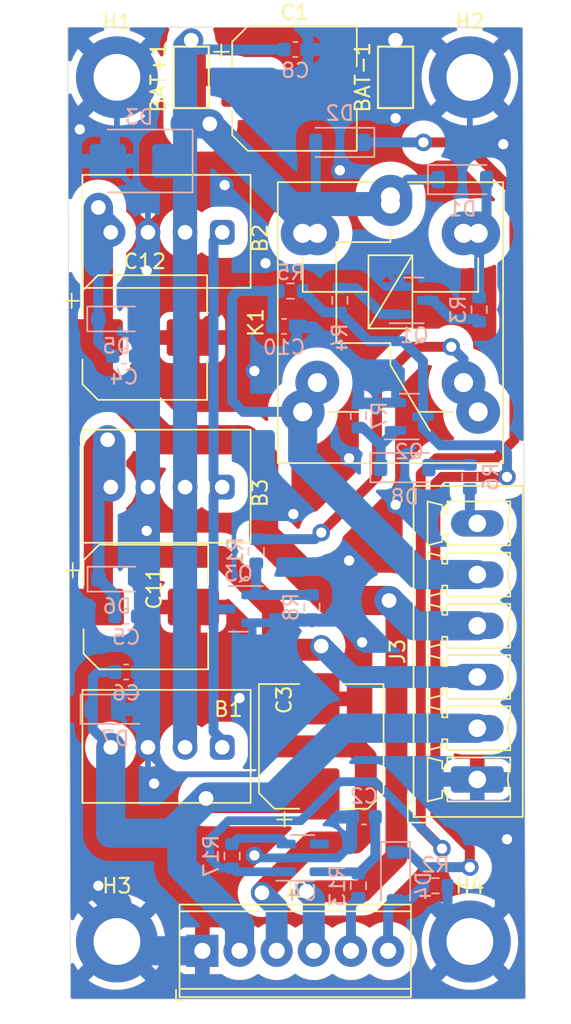
<source format=kicad_pcb>
(kicad_pcb (version 20241229) (generator "pcbnew") (generator_version "9.0")
  (layers (0 "F.Cu" signal) (2 "B.Cu" signal) (13 "F.Paste" user) (15 "B.Paste" user) (5 "F.SilkS" user "F.Silkscreen") (7 "B.SilkS" user "B.Silkscreen") (1 "F.Mask" user) (3 "B.Mask" user) (25 "Edge.Cuts" user))
  (net 0 "")
  (net 1 "/14V4")
  (net 2 "GNDD")
  (net 3 "+3V3")
  (net 4 "+9V")
  (net 5 "+5V")
  (net 6 "+12V")
  (net 7 "Net-(D1-A)")
  (net 8 "Net-(D2-K)")
  (net 9 "Net-(D4-K)")
  (net 10 "/ON_OFF_button_OUT")
  (net 11 "/ON_OFF_button_IN")
  (net 12 "/~{MCU_PS_SUSTAIN}")
  (net 13 "/HW-613_~{EN}")
  (net 14 "Net-(Q1-B)")
  (net 15 "Net-(Q1-C)")
  (net 16 "Net-(D8-K)")
  (net 17 "Net-(U4-VOUT)")
  (net 18 "Net-(U4-EN)")
  (net 20 "Net-(D8-A)")
  (net 21 "/DC-DC_EN")
  (net 22 "Net-(Q3-B)")
  (footprint "TestPoint:TestPoint_Keystone_5019_Minature" (layer "F.Cu") (at 92.71 31.75 90)
    (property "Reference" "BAT+1" (at 0 -2.25 90) (layer "F.SilkS"))
    (property "Value" "14V4")
    (pad "1" smd rect (at 0 0 90) (size 3.8 2) (layers "F.Cu" "F.Mask" "F.Paste") (net 1 "/14V4"))
  )
  (footprint "breakot_SileliS:DC-DC_24V_Stepdown_brekout_vertical" (layer "F.Cu") (at 96.52 75.8325 -90)
    (property "Reference" "B1" (at -0.9025 1.27 180) (layer "F.SilkS"))
    (property "Value" "HW-613 3V3")
    (pad "1" thru_hole roundrect (at 1.7 1.69 270) (size 1.7 1.7) (drill 1) (layers "*.Cu" "*.Mask") (net 21 "/DC-DC_EN"))
    (pad "2" thru_hole circle (at 1.7 4.23 270) (size 1.7 1.7) (drill 1) (layers "*.Cu" "*.Mask") (net 1 "/14V4"))
    (pad "3" thru_hole circle (at 1.7 6.77 270) (size 1.7 1.7) (drill 1) (layers "*.Cu" "*.Mask") (net 2 "GNDD"))
    (pad "4" thru_hole circle (at 1.7 9.31) (size 1.7 1.7) (drill 1) (layers "*.Cu" "*.Mask") (net 3 "+3V3"))
  )
  (footprint "Connector_Phoenix_MC:PhoenixContact_MCV_1,5_6-G-3.5_1x06_P3.50mm_Vertical" (layer "F.Cu") (at 112.268 79.73 90)
    (property "Reference" "J3" (at 8.75 -5.45 90) (layer "F.SilkS"))
    (property "Value" "Conn_01x06_Female")
    (pad "1" thru_hole roundrect (at 0 0 90) (size 1.8 3.6) (drill 1.2) (layers "*.Cu" "*.Mask") (roundrect_rratio 0.1388888889) (net 2 "GNDD"))
    (pad "2" thru_hole oval (at 3.5 0 90) (size 1.8 3.6) (drill 1.2) (layers "*.Cu" "*.Mask") (net 3 "+3V3"))
    (pad "3" thru_hole oval (at 7 0 90) (size 1.8 3.6) (drill 1.2) (layers "*.Cu" "*.Mask") (net 5 "+5V"))
    (pad "4" thru_hole oval (at 10.5 0 90) (size 1.8 3.6) (drill 1.2) (layers "*.Cu" "*.Mask") (net 4 "+9V"))
    (pad "5" thru_hole oval (at 14 0 90) (size 1.8 3.6) (drill 1.2) (layers "*.Cu" "*.Mask") (net 6 "+12V"))
    (pad "6" thru_hole oval (at 17.5 0 90) (size 1.8 3.6) (drill 1.2) (layers "*.Cu" "*.Mask") (net 12 "/~{MCU_PS_SUSTAIN}"))
  )
  (footprint "Capacitor_SMD:CP_Elec_8x10" (layer "F.Cu") (at 99.77 32.512)
    (property "Reference" "C1" (at 0 -5.2 0) (layer "F.SilkS"))
    (property "Value" "470uF/25V")
    (pad "1" smd roundrect (at -3.25 0) (size 3.5 2.5) (layers "F.Cu" "F.Mask" "F.Paste") (roundrect_rratio 0.1) (net 1 "/14V4"))
    (pad "2" smd roundrect (at 3.25 0) (size 3.5 2.5) (layers "F.Cu" "F.Mask" "F.Paste") (roundrect_rratio 0.1) (net 2 "GNDD"))
  )
  (footprint "MountingHole:MountingHole_3.2mm_M3_DIN965_Pad" (layer "F.Cu") (at 111.76 90.805)
    (property "Reference" "H4" (at 0 -3.8 0) (layer "F.SilkS"))
    (property "Value" "MountingHole_Pad")
    (pad "1" thru_hole circle (at 0 0) (size 5.6 5.6) (drill 3.2) (layers "*.Cu" "*.Mask") (net 2 "GNDD"))
  )
  (footprint "Capacitor_SMD:CP_Elec_8x10" (layer "F.Cu") (at 89.535 49.53)
    (property "Reference" "C12" (at 0 -5.2 0) (layer "F.SilkS"))
    (property "Value" "470uF/25V")
    (pad "1" smd roundrect (at -3.25 0) (size 3.5 2.5) (layers "F.Cu" "F.Mask" "F.Paste") (roundrect_rratio 0.1) (net 4 "+9V"))
    (pad "2" smd roundrect (at 3.25 0) (size 3.5 2.5) (layers "F.Cu" "F.Mask" "F.Paste") (roundrect_rratio 0.1) (net 2 "GNDD"))
  )
  (footprint "breakot_SileliS:DC-DC_24V_Stepdown_brekout_vertical" (layer "F.Cu") (at 96.52 40.64 -90)
    (property "Reference" "B2" (at 2.1 -0.9 90) (layer "F.SilkS"))
    (property "Value" "HW-613 9V0")
    (pad "1" thru_hole roundrect (at 1.7 1.69 270) (size 1.7 1.7) (drill 1) (layers "*.Cu" "*.Mask") (net 21 "/DC-DC_EN"))
    (pad "2" thru_hole circle (at 1.7 4.23 270) (size 1.7 1.7) (drill 1) (layers "*.Cu" "*.Mask") (net 1 "/14V4"))
    (pad "3" thru_hole circle (at 1.7 6.77 270) (size 1.7 1.7) (drill 1) (layers "*.Cu" "*.Mask") (net 2 "GNDD"))
    (pad "4" thru_hole circle (at 1.7 9.31) (size 1.7 1.7) (drill 1) (layers "*.Cu" "*.Mask") (net 4 "+9V"))
  )
  (footprint "breakot_SileliS:DC-DC_24V_Stepdown_brekout_vertical" (layer "F.Cu") (at 96.52 58.0525 -90)
    (property "Reference" "B3" (at 2.1 -0.9 90) (layer "F.SilkS"))
    (property "Value" "HW-613 5V0")
    (pad "1" thru_hole roundrect (at 1.7 1.69 270) (size 1.7 1.7) (drill 1) (layers "*.Cu" "*.Mask") (net 21 "/DC-DC_EN"))
    (pad "2" thru_hole circle (at 1.7 4.23 270) (size 1.7 1.7) (drill 1) (layers "*.Cu" "*.Mask") (net 1 "/14V4"))
    (pad "3" thru_hole circle (at 1.7 6.77 270) (size 1.7 1.7) (drill 1) (layers "*.Cu" "*.Mask") (net 2 "GNDD"))
    (pad "4" thru_hole circle (at 1.7 9.31) (size 1.7 1.7) (drill 1) (layers "*.Cu" "*.Mask") (net 5 "+5V"))
  )
  (footprint "MountingHole:MountingHole_3.2mm_M3_DIN965_Pad" (layer "F.Cu") (at 111.76 31.75)
    (property "Reference" "H2" (at 0 -3.8 0) (layer "F.SilkS"))
    (property "Value" "MountingHole_Pad")
    (pad "1" thru_hole circle (at 0 0) (size 5.6 5.6) (drill 3.2) (layers "*.Cu" "*.Mask") (net 2 "GNDD"))
  )
  (footprint "breakot_SileliS:SileliSRelay_SPDT_Finder_36.11" (layer "F.Cu") (at 106.33 40.41 -90)
    (property "Reference" "K1" (at 8.1 9.2 90) (layer "F.SilkS"))
    (property "Value" "LEG-12F")
    (pad "11" thru_hole circle (at -0.5 0 270) (size 3 3) (drill 1.3) (layers "*.Cu" "*.Mask") (net 1 "/14V4"))
    (pad "11" thru_hole circle (at 0 0 270) (size 3 3) (drill 1.3) (layers "*.Cu" "*.Mask") (net 1 "/14V4"))
    (pad "12" thru_hole circle (at 12.2 -5 270) (size 3 3) (drill 1.3) (layers "*.Cu" "*.Mask") (net 13 "/HW-613_~{EN}"))
    (pad "12" thru_hole circle (at 14.2 -6 270) (size 3 3) (drill 1.3) (layers "*.Cu" "*.Mask") (net 13 "/HW-613_~{EN}"))
    (pad "14" thru_hole circle (at 12.2 5 270) (size 3 3) (drill 1.3) (layers "*.Cu" "*.Mask") (net 6 "+12V"))
    (pad "14" thru_hole circle (at 14.2 6 270) (size 3 3) (drill 1.3) (layers "*.Cu" "*.Mask") (net 6 "+12V"))
    (pad "A1" thru_hole circle (at 2 5 270) (size 3 3) (drill 1.3) (layers "*.Cu" "*.Mask") (net 1 "/14V4"))
    (pad "A1" thru_hole circle (at 2 6 270) (size 3 3) (drill 1.3) (layers "*.Cu" "*.Mask") (net 1 "/14V4"))
    (pad "A2" thru_hole circle (at 2 -6 270) (size 3 3) (drill 1.3) (layers "*.Cu" "*.Mask") (net 7 "Net-(D1-A)"))
    (pad "A2" thru_hole circle (at 2 -5 270) (size 3 3) (drill 1.3) (layers "*.Cu" "*.Mask") (net 7 "Net-(D1-A)"))
  )
  (footprint "TerminalBlock_Phoenix:TerminalBlock_Phoenix_MPT-0,5-6-2.54_1x06_P2.54mm_Horizontal" (layer "F.Cu") (at 93.472 91.44)
    (property "Reference" "J2" (at 6.35 -4.16 0) (layer "F.SilkS"))
    (property "Value" "to HMI/ KBRD module")
    (pad "1" thru_hole rect (at 0 0) (size 2.2 2.2) (drill 1.1) (layers "*.Cu" "*.Mask") (net 2 "GNDD"))
    (pad "2" thru_hole circle (at 2.54 0) (size 2.2 2.2) (drill 1.1) (layers "*.Cu" "*.Mask") (net 3 "+3V3"))
    (pad "3" thru_hole circle (at 5.08 0) (size 2.2 2.2) (drill 1.1) (layers "*.Cu" "*.Mask") (net 5 "+5V"))
    (pad "4" thru_hole circle (at 7.62 0) (size 2.2 2.2) (drill 1.1) (layers "*.Cu" "*.Mask") (net 4 "+9V"))
    (pad "5" thru_hole circle (at 10.16 0) (size 2.2 2.2) (drill 1.1) (layers "*.Cu" "*.Mask") (net 11 "/ON_OFF_button_IN"))
    (pad "6" thru_hole circle (at 12.7 0) (size 2.2 2.2) (drill 1.1) (layers "*.Cu" "*.Mask") (net 10 "/ON_OFF_button_OUT"))
  )
  (footprint "TestPoint:TestPoint_Keystone_5019_Minature" (layer "F.Cu") (at 106.68 31.75 90)
    (property "Reference" "BAT-1" (at 0 -2.25 90) (layer "F.SilkS"))
    (property "Value" "GND")
    (pad "1" smd rect (at 0 0 90) (size 3.8 2) (layers "F.Cu" "F.Mask" "F.Paste") (net 2 "GNDD"))
  )
  (footprint "MountingHole:MountingHole_3.2mm_M3_DIN965_Pad" (layer "F.Cu") (at 87.63 90.805)
    (property "Reference" "H3" (at 0 -3.8 0) (layer "F.SilkS"))
    (property "Value" "MountingHole_Pad")
    (pad "1" thru_hole circle (at 0 0) (size 5.6 5.6) (drill 3.2) (layers "*.Cu" "*.Mask") (net 2 "GNDD"))
  )
  (footprint "Capacitor_SMD:CP_Elec_8x10" (layer "F.Cu") (at 89.61 67.945)
    (property "Reference" "C11" (at 0.56 -1.27 90) (layer "F.SilkS"))
    (property "Value" "470uF/25V")
    (pad "1" smd roundrect (at -3.25 0) (size 3.5 2.5) (layers "F.Cu" "F.Mask" "F.Paste") (roundrect_rratio 0.1) (net 5 "+5V"))
    (pad "2" smd roundrect (at 3.25 0) (size 3.5 2.5) (layers "F.Cu" "F.Mask" "F.Paste") (roundrect_rratio 0.1) (net 2 "GNDD"))
  )
  (footprint "Capacitor_SMD:CP_Elec_8x10" (layer "F.Cu") (at 101.6 77.47 90)
    (property "Reference" "C3" (at 3.175 -2.54 90) (layer "F.SilkS"))
    (property "Value" "470uF/25V")
    (pad "1" smd roundrect (at -3.25 0 90) (size 3.5 2.5) (layers "F.Cu" "F.Mask" "F.Paste") (roundrect_rratio 0.1) (net 3 "+3V3"))
    (pad "2" smd roundrect (at 3.25 0 90) (size 3.5 2.5) (layers "F.Cu" "F.Mask" "F.Paste") (roundrect_rratio 0.1) (net 2 "GNDD"))
  )
  (footprint "MountingHole:MountingHole_3.2mm_M3_DIN965_Pad" (layer "F.Cu") (at 87.63 31.75)
    (property "Reference" "H1" (at 0 -3.8 0) (layer "F.SilkS"))
    (property "Value" "MountingHole_Pad")
    (pad "1" thru_hole circle (at 0 0) (size 5.6 5.6) (drill 3.2) (layers "*.Cu" "*.Mask") (net 2 "GNDD"))
  )
  (footprint "Capacitor_SMD:C_0603_1608Metric" (layer "B.Cu") (at 99.835 29.845)
    (property "Reference" "C8" (at 0 1.43 0) (layer "B.SilkS") (effects (justify mirror)))
    (property "Value" "100nF")
    (pad "1" smd roundrect (at -0.775 0) (size 0.9 0.95) (layers "B.Cu" "B.Mask" "B.Paste") (net 1 "/14V4"))
    (pad "2" smd roundrect (at 0.775 0) (size 0.9 0.95) (layers "B.Cu" "B.Mask" "B.Paste") (net 2 "GNDD"))
  )
  (footprint "Resistor_SMD:R_0603_1608Metric" (layer "B.Cu") (at 102.87 46.99 90)
    (property "Reference" "R4" (at -2.54 0 90) (layer "B.SilkS") (effects (justify mirror)))
    (property "Value" "1k")
    (pad "1" smd roundrect (at -0.825 0 90) (size 0.8 0.95) (layers "B.Cu" "B.Mask" "B.Paste") (net 9 "Net-(D4-K)"))
    (pad "2" smd roundrect (at 0.825 0 90) (size 0.8 0.95) (layers "B.Cu" "B.Mask" "B.Paste") (net 14 "Net-(Q1-B)"))
  )
  (footprint "Diode_SMD:D_SOD-323_HandSoldering" (layer "B.Cu") (at 87.61 48.26)
    (property "Reference" "D5" (at 0 1.85 0) (layer "B.SilkS") (effects (justify mirror)))
    (property "Value" "10V")
    (pad "1" smd roundrect (at -1.25 0) (size 1 1) (layers "B.Cu" "B.Mask" "B.Paste") (net 4 "+9V"))
    (pad "2" smd roundrect (at 1.25 0) (size 1 1) (layers "B.Cu" "B.Mask" "B.Paste") (net 2 "GNDD"))
  )
  (footprint "Package_TO_SOT_SMD:SOT-23" (layer "B.Cu") (at 107.6175 54.93)
    (property "Reference" "Q2" (at 0 2.4 0) (layer "B.SilkS") (effects (justify mirror)))
    (property "Value" "BC817")
    (pad "1" smd roundrect (at -0.9375 0.95) (size 1.475 0.6) (layers "B.Cu" "B.Mask" "B.Paste") (net 16 "Net-(D8-K)"))
    (pad "2" smd roundrect (at -0.9375 -0.95) (size 1.475 0.6) (layers "B.Cu" "B.Mask" "B.Paste") (net 2 "GNDD"))
    (pad "3" smd roundrect (at 0.9375 0) (size 1.475 0.6) (layers "B.Cu" "B.Mask" "B.Paste") (net 9 "Net-(D4-K)"))
  )
  (footprint "Capacitor_SMD:C_0603_1608Metric" (layer "B.Cu") (at 88.265 68.58)
    (property "Reference" "C5" (at 0 1.43 0) (layer "B.SilkS") (effects (justify mirror)))
    (property "Value" "100nF")
    (pad "1" smd roundrect (at -0.775 0) (size 0.9 0.95) (layers "B.Cu" "B.Mask" "B.Paste") (net 5 "+5V"))
    (pad "2" smd roundrect (at 0.775 0) (size 0.9 0.95) (layers "B.Cu" "B.Mask" "B.Paste") (net 2 "GNDD"))
  )
  (footprint "Resistor_SMD:R_0603_1608Metric" (layer "B.Cu") (at 97.155 64.135 -90)
    (property "Reference" "R1" (at 0 1.43 90) (layer "B.SilkS") (effects (justify mirror)))
    (property "Value" "10k")
    (pad "1" smd roundrect (at -0.825 0 270) (size 0.8 0.95) (layers "B.Cu" "B.Mask" "B.Paste") (net 13 "/HW-613_~{EN}"))
    (pad "2" smd roundrect (at 0.825 0 270) (size 0.8 0.95) (layers "B.Cu" "B.Mask" "B.Paste") (net 22 "Net-(Q3-B)"))
  )
  (footprint "Diode_SMD:D_SOD-123" (layer "B.Cu") (at 107.315 58.42)
    (property "Reference" "D8" (at 0 2 0) (layer "B.SilkS") (effects (justify mirror)))
    (property "Value" "1N4148W-7-F")
    (pad "1" smd roundrect (at -1.65 0) (size 0.9 1.2) (layers "B.Cu" "B.Mask" "B.Paste") (net 16 "Net-(D8-K)"))
    (pad "2" smd roundrect (at 1.65 0) (size 0.9 1.2) (layers "B.Cu" "B.Mask" "B.Paste") (net 20 "Net-(D8-A)"))
  )
  (footprint "Resistor_SMD:R_0603_1608Metric" (layer "B.Cu") (at 104.14 54.864 90)
    (property "Reference" "R7" (at 0 1.43 90) (layer "B.SilkS") (effects (justify mirror)))
    (property "Value" "10k")
    (pad "1" smd roundrect (at -0.825 0 90) (size 0.8 0.95) (layers "B.Cu" "B.Mask" "B.Paste") (net 16 "Net-(D8-K)"))
    (pad "2" smd roundrect (at 0.825 0 90) (size 0.8 0.95) (layers "B.Cu" "B.Mask" "B.Paste") (net 2 "GNDD"))
  )
  (footprint "Resistor_SMD:R_0603_1608Metric" (layer "B.Cu") (at 104.14 86.995 -90)
    (property "Reference" "R13" (at 0 1.43 90) (layer "B.SilkS") (effects (justify mirror)))
    (property "Value" "1k")
    (pad "1" smd roundrect (at -0.825 0 270) (size 0.8 0.95) (layers "B.Cu" "B.Mask" "B.Paste") (net 17 "Net-(U4-VOUT)"))
    (pad "2" smd roundrect (at 0.825 0 270) (size 0.8 0.95) (layers "B.Cu" "B.Mask" "B.Paste") (net 11 "/ON_OFF_button_IN"))
  )
  (footprint "Resistor_SMD:R_0603_1608Metric" (layer "B.Cu") (at 100.965 67.945 -90)
    (property "Reference" "R8" (at 0 1.43 90) (layer "B.SilkS") (effects (justify mirror)))
    (property "Value" "10k")
    (pad "1" smd roundrect (at -0.825 0 270) (size 0.8 0.95) (layers "B.Cu" "B.Mask" "B.Paste") (net 22 "Net-(Q3-B)"))
    (pad "2" smd roundrect (at 0.825 0 270) (size 0.8 0.95) (layers "B.Cu" "B.Mask" "B.Paste") (net 2 "GNDD"))
  )
  (footprint "Capacitor_SMD:C_0603_1608Metric" (layer "B.Cu") (at 99.06 48.768)
    (property "Reference" "C10" (at 0 1.43 0) (layer "B.SilkS") (effects (justify mirror)))
    (property "Value" "100nF")
    (pad "1" smd roundrect (at -0.775 0) (size 0.9 0.95) (layers "B.Cu" "B.Mask" "B.Paste") (net 6 "+12V"))
    (pad "2" smd roundrect (at 0.775 0) (size 0.9 0.95) (layers "B.Cu" "B.Mask" "B.Paste") (net 2 "GNDD"))
  )
  (footprint "Resistor_SMD:R_0603_1608Metric" (layer "B.Cu") (at 111.76 59.055 90)
    (property "Reference" "R6" (at 0 1.43 90) (layer "B.SilkS") (effects (justify mirror)))
    (property "Value" "1k")
    (pad "1" smd roundrect (at -0.825 0 90) (size 0.8 0.95) (layers "B.Cu" "B.Mask" "B.Paste") (net 12 "/~{MCU_PS_SUSTAIN}"))
    (pad "2" smd roundrect (at 0.825 0 90) (size 0.8 0.95) (layers "B.Cu" "B.Mask" "B.Paste") (net 20 "Net-(D8-A)"))
  )
  (footprint "Capacitor_SMD:C_0603_1608Metric" (layer "B.Cu") (at 104.521 82.296 180)
    (property "Reference" "C2" (at 0 1.43 0) (layer "B.SilkS") (effects (justify mirror)))
    (property "Value" "2.2uF")
    (pad "1" smd roundrect (at -0.775 0 180) (size 0.9 0.95) (layers "B.Cu" "B.Mask" "B.Paste") (net 17 "Net-(U4-VOUT)"))
    (pad "2" smd roundrect (at 0.775 0 180) (size 0.9 0.95) (layers "B.Cu" "B.Mask" "B.Paste") (net 2 "GNDD"))
  )
  (footprint "Resistor_SMD:R_0603_1608Metric" (layer "B.Cu") (at 99.505 46.355)
    (property "Reference" "R5" (at 0 -1.27 0) (layer "B.SilkS") (effects (justify mirror)))
    (property "Value" "10k")
    (pad "1" smd roundrect (at -0.825 0) (size 0.8 0.95) (layers "B.Cu" "B.Mask" "B.Paste") (net 6 "+12V"))
    (pad "2" smd roundrect (at 0.825 0) (size 0.8 0.95) (layers "B.Cu" "B.Mask" "B.Paste") (net 9 "Net-(D4-K)"))
  )
  (footprint "Diode_SMD:D_SMB" (layer "B.Cu") (at 89.145 37.465 180)
    (property "Reference" "D3" (at 0 3 0) (layer "B.SilkS") (effects (justify mirror)))
    (property "Value" "15V/17.4V")
    (pad "1" smd roundrect (at -2.15 0 180) (size 2.5 2.3) (layers "B.Cu" "B.Mask" "B.Paste") (roundrect_rratio 0.1086956522) (net 1 "/14V4"))
    (pad "2" smd roundrect (at 2.15 0 180) (size 2.5 2.3) (layers "B.Cu" "B.Mask" "B.Paste") (roundrect_rratio 0.1086956522) (net 2 "GNDD"))
  )
  (footprint "Package_TO_SOT_SMD:SOT-23" (layer "B.Cu") (at 107.95 46.99)
    (property "Reference" "Q1" (at 0 2.4 0) (layer "B.SilkS") (effects (justify mirror)))
    (property "Value" "BC817")
    (pad "1" smd roundrect (at -0.9375 0.95) (size 1.475 0.6) (layers "B.Cu" "B.Mask" "B.Paste") (net 14 "Net-(Q1-B)"))
    (pad "2" smd roundrect (at -0.9375 -0.95) (size 1.475 0.6) (layers "B.Cu" "B.Mask" "B.Paste") (net 2 "GNDD"))
    (pad "3" smd roundrect (at 0.9375 0) (size 1.475 0.6) (layers "B.Cu" "B.Mask" "B.Paste") (net 15 "Net-(Q1-C)"))
  )
  (footprint "Capacitor_SMD:C_0603_1608Metric" (layer "B.Cu") (at 88.125 50.8)
    (property "Reference" "C4" (at 0 1.43 0) (layer "B.SilkS") (effects (justify mirror)))
    (property "Value" "100nF")
    (pad "1" smd roundrect (at -0.775 0) (size 0.9 0.95) (layers "B.Cu" "B.Mask" "B.Paste") (net 4 "+9V"))
    (pad "2" smd roundrect (at 0.775 0) (size 0.9 0.95) (layers "B.Cu" "B.Mask" "B.Paste") (net 2 "GNDD"))
  )
  (footprint "Resistor_SMD:R_0603_1608Metric" (layer "B.Cu") (at 95.504 84.965 -90)
    (property "Reference" "R17" (at 0 1.43 90) (layer "B.SilkS") (effects (justify mirror)))
    (property "Value" "10k")
    (pad "1" smd roundrect (at -0.825 0 270) (size 0.8 0.95) (layers "B.Cu" "B.Mask" "B.Paste") (net 18 "Net-(U4-EN)"))
    (pad "2" smd roundrect (at 0.825 0 270) (size 0.8 0.95) (layers "B.Cu" "B.Mask" "B.Paste") (net 8 "Net-(D2-K)"))
  )
  (footprint "Resistor_SMD:R_0603_1608Metric" (layer "B.Cu") (at 109.41 86.995 180)
    (property "Reference" "R2" (at 0 1.43 0) (layer "B.SilkS") (effects (justify mirror)))
    (property "Value" "100k")
    (pad "1" smd roundrect (at -0.825 0 180) (size 0.8 0.95) (layers "B.Cu" "B.Mask" "B.Paste") (net 2 "GNDD"))
    (pad "2" smd roundrect (at 0.825 0 180) (size 0.8 0.95) (layers "B.Cu" "B.Mask" "B.Paste") (net 10 "/ON_OFF_button_OUT"))
  )
  (footprint "Package_TO_SOT_SMD:SOT-23" (layer "B.Cu") (at 95.9335 68.072 180)
    (property "Reference" "Q3" (at 0 2.4 0) (layer "B.SilkS") (effects (justify mirror)))
    (property "Value" "BC817")
    (pad "1" smd roundrect (at -0.9375 0.95 180) (size 1.475 0.6) (layers "B.Cu" "B.Mask" "B.Paste") (net 22 "Net-(Q3-B)"))
    (pad "2" smd roundrect (at -0.9375 -0.95 180) (size 1.475 0.6) (layers "B.Cu" "B.Mask" "B.Paste") (net 2 "GNDD"))
    (pad "3" smd roundrect (at 0.9375 0 180) (size 1.475 0.6) (layers "B.Cu" "B.Mask" "B.Paste") (net 21 "/DC-DC_EN"))
  )
  (footprint "Diode_SMD:D_SOD-123" (layer "B.Cu") (at 106.68 86.36 -90)
    (property "Reference" "D4" (at 0.635 -1.905 90) (layer "B.SilkS") (effects (justify mirror)))
    (property "Value" "1N4148W-7-F")
    (pad "1" smd roundrect (at -1.65 0 270) (size 0.9 1.2) (layers "B.Cu" "B.Mask" "B.Paste") (net 9 "Net-(D4-K)"))
    (pad "2" smd roundrect (at 1.65 0 270) (size 0.9 1.2) (layers "B.Cu" "B.Mask" "B.Paste") (net 10 "/ON_OFF_button_OUT"))
  )
  (footprint "Diode_SMD:D_SOD-123" (layer "B.Cu") (at 102.87 36.195 180)
    (property "Reference" "D2" (at 0 2 0) (layer "B.SilkS") (effects (justify mirror)))
    (property "Value" "1N4148W-7-F")
    (pad "1" smd roundrect (at -1.65 0 180) (size 0.9 1.2) (layers "B.Cu" "B.Mask" "B.Paste") (net 8 "Net-(D2-K)"))
    (pad "2" smd roundrect (at 1.65 0 180) (size 0.9 1.2) (layers "B.Cu" "B.Mask" "B.Paste") (net 1 "/14V4"))
  )
  (footprint "Package_TO_SOT_SMD:SOT-23-5" (layer "B.Cu") (at 100.33 85.09)
    (property "Reference" "U4" (at 0 2.4 0) (layer "B.SilkS") (effects (justify mirror)))
    (property "Value" "AP2204K-3.3")
    (pad "1" smd roundrect (at -1.1375 0.95) (size 1.325 0.6) (layers "B.Cu" "B.Mask" "B.Paste") (net 8 "Net-(D2-K)"))
    (pad "2" smd roundrect (at -1.1375 0) (size 1.325 0.6) (layers "B.Cu" "B.Mask" "B.Paste") (net 2 "GNDD"))
    (pad "3" smd roundrect (at -1.1375 -0.95) (size 1.325 0.6) (layers "B.Cu" "B.Mask" "B.Paste") (net 18 "Net-(U4-EN)"))
    (pad "4" smd roundrect (at 1.1375 -0.95) (size 1.325 0.6) (layers "B.Cu" "B.Mask" "B.Paste"))
    (pad "5" smd roundrect (at 1.1375 0.95) (size 1.325 0.6) (layers "B.Cu" "B.Mask" "B.Paste") (net 17 "Net-(U4-VOUT)"))
  )
  (footprint "Diode_SMD:D_SOD-123" (layer "B.Cu") (at 111.252 38.735)
    (property "Reference" "D1" (at 0 2 0) (layer "B.SilkS") (effects (justify mirror)))
    (property "Value" "1N4148W-7-F")
    (pad "1" smd roundrect (at -1.65 0) (size 0.9 1.2) (layers "B.Cu" "B.Mask" "B.Paste") (net 1 "/14V4"))
    (pad "2" smd roundrect (at 1.65 0) (size 0.9 1.2) (layers "B.Cu" "B.Mask" "B.Paste") (net 7 "Net-(D1-A)"))
  )
  (footprint "Capacitor_SMD:C_0603_1608Metric" (layer "B.Cu") (at 88.265 72.39)
    (property "Reference" "C6" (at 0 1.43 0) (layer "B.SilkS") (effects (justify mirror)))
    (property "Value" "100nF")
    (pad "1" smd roundrect (at -0.775 0) (size 0.9 0.95) (layers "B.Cu" "B.Mask" "B.Paste") (net 3 "+3V3"))
    (pad "2" smd roundrect (at 0.775 0) (size 0.9 0.95) (layers "B.Cu" "B.Mask" "B.Paste") (net 2 "GNDD"))
  )
  (footprint "Resistor_SMD:R_0603_1608Metric" (layer "B.Cu") (at 112.395 47.625 -90)
    (property "Reference" "R3" (at 0 1.43 90) (layer "B.SilkS") (effects (justify mirror)))
    (property "Value" "0")
    (pad "1" smd roundrect (at -0.825 0 270) (size 0.8 0.95) (layers "B.Cu" "B.Mask" "B.Paste") (net 7 "Net-(D1-A)"))
    (pad "2" smd roundrect (at 0.825 0 270) (size 0.8 0.95) (layers "B.Cu" "B.Mask" "B.Paste") (net 15 "Net-(Q1-C)"))
  )
  (footprint "Diode_SMD:D_SOD-323_HandSoldering" (layer "B.Cu") (at 87.63 66.04)
    (property "Reference" "D6" (at 0 1.85 0) (layer "B.SilkS") (effects (justify mirror)))
    (property "Value" "5V1")
    (pad "1" smd roundrect (at -1.25 0) (size 1 1) (layers "B.Cu" "B.Mask" "B.Paste") (net 5 "+5V"))
    (pad "2" smd roundrect (at 1.25 0) (size 1 1) (layers "B.Cu" "B.Mask" "B.Paste") (net 2 "GNDD"))
  )
  (footprint "Diode_SMD:D_SOD-123" (layer "B.Cu") (at 87.502 74.93)
    (property "Reference" "D7" (at 0 2 0) (layer "B.SilkS") (effects (justify mirror)))
    (property "Value" "3V9")
    (pad "1" smd roundrect (at -1.65 0) (size 0.9 1.2) (layers "B.Cu" "B.Mask" "B.Paste") (net 3 "+3V3"))
    (pad "2" smd roundrect (at 1.65 0) (size 0.9 1.2) (layers "B.Cu" "B.Mask" "B.Paste") (net 2 "GNDD"))
  )
  (gr_line (start 84.267 28.321) (end 115.377 28.321) (stroke (width 0.05)) (layer "Edge.Cuts"))
  (gr_line (start 84.267 28.321) (end 84.455 94.742) (stroke (width 0.05)) (layer "Edge.Cuts"))
  (gr_line (start 115.377 28.321) (end 115.57 94.742) (stroke (width 0.05)) (layer "Edge.Cuts"))
  (gr_line (start 115.57 94.742) (end 84.455 94.742) (stroke (width 0.05)) (layer "Edge.Cuts"))
  (segment (start 92.71 31.75) (end 95.758 31.75) (width 1.2) (layer "F.Cu") (net 1))
  (segment (start 92.71 31.75) (end 92.71 29.21) (width 1.2) (layer "F.Cu") (net 1))
  (segment (start 95.758 31.75) (end 96.52 32.512) (width 1.2) (layer "F.Cu") (net 1))
  (segment (start 92.71 34.925) (end 92.71 31.75) (width 2) (layer "F.Cu") (net 1))
  (segment (start 93.98 34.925) (end 92.71 34.925) (width 2) (layer "F.Cu") (net 1))
  (via (at 92.71 29.21) (size 1.5) (drill 1) (layers "F.Cu" "B.Cu") (net 1))
  (via (at 93.98 34.925) (size 1.5) (drill 1) (layers "F.Cu" "B.Cu") (net 1))
  (segment (start 100.965 40.41) (end 99.33 40.41) (width 1.65) (layer "B.Cu") (net 1))
  (segment (start 93.98 34.925) (end 92.29 34.925) (width 2) (layer "B.Cu") (net 1))
  (segment (start 93.209 29.845) (end 92.71 29.346) (width 0.68) (layer "B.Cu") (net 1))
  (segment (start 99.33 40.41) (end 99.31 40.39) (width 1.65) (layer "B.Cu") (net 1))
  (segment (start 92.29 59.7525) (end 92.29 77.5325) (width 1.65) (layer "B.Cu") (net 1))
  (segment (start 99.06 29.845) (end 93.209 29.845) (width 0.68) (layer "B.Cu") (net 1))
  (segment (start 92.29 42.34) (end 92.29 34.925) (width 1.65) (layer "B.Cu") (net 1))
  (segment (start 92.29 29.63) (end 92.29 31.75) (width 1.65) (layer "B.Cu") (net 1))
  (segment (start 101.22 41.52) (end 100.33 42.41) (width 0.68) (layer "B.Cu") (net 1))
  (segment (start 92.29 42.34) (end 92.29 59.7525) (width 1.65) (layer "B.Cu") (net 1))
  (segment (start 99.31 40.39) (end 101.33 42.41) (width 2) (layer "B.Cu") (net 1))
  (segment (start 93.98 34.925) (end 93.98 35.06) (width 2) (layer "B.Cu") (net 1))
  (segment (start 92.29 34.925) (end 92.29 31.75) (width 1.65) (layer "B.Cu") (net 1))
  (segment (start 101.22 40.155) (end 100.965 40.41) (width 0.68) (layer "B.Cu") (net 1))
  (segment (start 101.22 36.195) (end 101.22 40.155) (width 0.68) (layer "B.Cu") (net 1))
  (segment (start 93.98 35.06) (end 99.31 40.39) (width 2) (layer "B.Cu") (net 1))
  (segment (start 107.505 38.735) (end 106.33 39.91) (width 0.68) (layer "B.Cu") (net 1))
  (segment (start 92.71 29.21) (end 92.29 29.63) (width 1.65) (layer "B.Cu") (net 1))
  (segment (start 109.602 38.735) (end 107.505 38.735) (width 0.68) (layer "B.Cu") (net 1))
  (segment (start 106.33 40.41) (end 100.965 40.41) (width 1.65) (layer "B.Cu") (net 1))
  (segment (start 89.916 83.82) (end 91.186 85.09) (width 0.4) (layer "F.Cu") (net 2))
  (segment (start 92.785 49.455) (end 92.785 49.53) (width 0.68) (layer "F.Cu") (net 2))
  (segment (start 101.6 74.22) (end 104.342 74.22) (width 0.4) (layer "F.Cu") (net 2))
  (segment (start 96.012 46.228) (end 96.012 50.8) (width 0.68) (layer "F.Cu") (net 2))
  (segment (start 106.68 31.75) (end 103.782 31.75) (width 1.2) (layer "F.Cu") (net 2))
  (segment (start 104.394 74.168) (end 104.394 70.358) (width 0.4) (layer "F.Cu") (net 2))
  (segment (start 89.535 83.82) (end 86.36 86.995) (width 0.4) (layer "F.Cu") (net 2))
  (segment (start 89.916 83.82) (end 89.916 80.264) (width 0.4) (layer "F.Cu") (net 2))
  (segment (start 92.86 71.016) (end 96.012 74.168) (width 0.5) (layer "F.Cu") (net 2))
  (segment (start 96.012 50.8) (end 97.028 51.816) (width 0.68) (layer "F.Cu") (net 2))
  (segment (start 89.916 80.264) (end 90.17 80.01) (width 0.4) (layer "F.Cu") (net 2))
  (segment (start 106.68 31.75) (end 106.68 29.21) (width 1.2) (layer "F.Cu") (net 2))
  (segment (start 103.782 31.75) (end 103.02 32.512) (width 1.2) (layer "F.Cu") (net 2))
  (segment (start 97.79 44.45) (end 96.012 46.228) (width 0.68) (layer "F.Cu") (net 2))
  (segment (start 96.8585 85.09) (end 97.028 84.9205) (width 0.4) (layer "F.Cu") (net 2))
  (segment (start 96.012 46.228) (end 92.785 49.455) (width 0.68) (layer "F.Cu") (net 2))
  (segment (start 89.916 83.82) (end 89.535 83.82) (width 0.4) (layer "F.Cu") (net 2))
  (segment (start 104.342 74.22) (end 104.394 74.168) (width 0.4) (layer "F.Cu") (net 2))
  (segment (start 91.186 85.09) (end 96.8585 85.09) (width 0.4) (layer "F.Cu") (net 2))
  (segment (start 92.86 67.945) (end 92.86 71.016) (width 0.5) (layer "F.Cu") (net 2))
  (via (at 106.68 29.21) (size 1.5) (drill 1) (layers "F.Cu" "B.Cu") (net 2))
  (via (at 90.17 80.01) (size 1.2) (drill 0.7) (layers "F.Cu" "B.Cu") (net 2))
  (via (at 86.36 86.995) (size 1.2) (drill 0.7) (layers "F.Cu" "B.Cu") (net 2))
  (via (at 85.09 35.306) (size 1.2) (drill 0.7) (layers "F.Cu" "B.Cu") (net 2))
  (via (at 97.028 51.816) (size 1.2) (drill 0.7) (layers "F.Cu" "B.Cu") (net 2))
  (via (at 89.662 44.958) (size 1.2) (drill 0.7) (layers "F.Cu" "B.Cu") (net 2))
  (via (at 106.68 34.544) (size 1.2) (drill 0.7) (layers "F.Cu" "B.Cu") (net 2))
  (via (at 103.505 64.77) (size 1.2) (drill 0.7) (layers "F.Cu" "B.Cu") (net 2))
  (via (at 96.012 74.168) (size 1.2) (drill 0.7) (layers "F.Cu" "B.Cu") (net 2))
  (via (at 103.505 57.785) (size 1.2) (drill 0.7) (layers "F.Cu" "B.Cu") (net 2))
  (via (at 94.996 39.116) (size 1.2) (drill 0.7) (layers "F.Cu" "B.Cu") (net 2))
  (via (at 97.028 84.9205) (size 1.2) (drill 0.7) (layers "F.Cu" "B.Cu") (net 2))
  (via (at 114.3 83.82) (size 1.2) (drill 0.7) (layers "F.Cu" "B.Cu") (net 2))
  (via (at 114.046 36.322) (size 1.2) (drill 0.7) (layers "F.Cu" "B.Cu") (net 2))
  (via (at 102.87 38.1) (size 1.2) (drill 0.7) (layers "F.Cu" "B.Cu") (net 2))
  (via (at 99.695 61.595) (size 1.2) (drill 0.7) (layers "F.Cu" "B.Cu") (net 2))
  (via (at 106.68 60.96) (size 1.2) (drill 0.7) (layers "F.Cu" "B.Cu") (net 2))
  (via (at 97.79 44.45) (size 1.2) (drill 0.7) (layers "F.Cu" "B.Cu") (net 2))
  (via (at 104.394 70.358) (size 1.2) (drill 0.7) (layers "F.Cu" "B.Cu") (net 2))
  (via (at 89.662 62.738) (size 1.2) (drill 0.7) (layers "F.Cu" "B.Cu") (net 2))
  (segment (start 97.155 79.375) (end 90.805 79.375) (width 0.4) (layer "B.Cu") (net 2))
  (segment (start 109.22 29.21) (end 111.76 31.75) (width 0.68) (layer "B.Cu") (net 2))
  (segment (start 87.63 36.83) (end 87.63 31.75) (width 0.4) (layer "B.Cu") (net 2))
  (segment (start 89.662 44.958) (end 89.75 45.046) (width 1.65) (layer "B.Cu") (net 2))
  (segment (start 89.75 40.22) (end 89.75 42.34) (width 0.4) (layer "B.Cu") (net 2))
  (segment (start 111.252 36.322) (end 111.76 35.814) (width 0.4) (layer "B.Cu") (net 2))
  (segment (start 88.265 91.44) (end 87.63 90.805) (width 2) (layer "B.Cu") (net 2))
  (segment (start 113.665 83.185) (end 114.3 83.82) (width 0.4) (layer "B.Cu") (net 2))
  (segment (start 90.805 79.375) (end 90.17 80.01) (width 0.4) (layer "B.Cu") (net 2))
  (segment (start 103.746 84.087) (end 103.746 82.296) (width 0.6) (layer "B.Cu") (net 2))
  (segment (start 89.75 62.826) (end 89.75 77.5325) (width 1.65) (layer "B.Cu") (net 2))
  (segment (start 97.1975 85.09) (end 97.028 84.9205) (width 0.55) (layer "B.Cu") (net 2))
  (segment (start 113.665 88.9) (end 111.76 90.805) (width 0.4) (layer "B.Cu") (net 2))
  (segment (start 87.63 90.805) (end 87.63 88.265) (width 2) (layer "B.Cu") (net 2))
  (segment (start 99.121 69.022) (end 99.187 69.088) (width 0.5) (layer "B.Cu") (net 2))
  (segment (start 110.235 86.995) (end 110.235 89.28) (width 0.68) (layer "B.Cu") (net 2))
  (segment (start 87.63 88.265) (end 86.36 86.995) (width 2) (layer "B.Cu") (net 2))
  (segment (start 113.665 84.455) (end 113.665 88.9) (width 0.4) (layer "B.Cu") (net 2))
  (segment (start 110.235 89.28) (end 111.76 90.805) (width 0.68) (layer "B.Cu") (net 2))
  (segment (start 98.425 69.85) (end 98.425 78.105) (width 0.4) (layer "B.Cu") (net 2))
  (segment (start 89.75 50.8) (end 89.75 59.7525) (width 1.65) (layer "B.Cu") (net 2))
  (segment (start 104.14 51.816) (end 104.14 54.039) (width 0.68) (layer "B.Cu") (net 2))
  (segment (start 89.75 45.046) (end 89.75 45.72) (width 1.65) (layer "B.Cu") (net 2))
  (segment (start 89.75 79.59) (end 89.75 77.5325) (width 0.4) (layer "B.Cu") (net 2))
  (segment (start 99.1925 85.09) (end 97.1975 85.09) (width 0.6) (layer "B.Cu") (net 2))
  (segment (start 88.86 48.26) (end 89.75 48.26) (width 0.68) (layer "B.Cu") (net 2))
  (segment (start 104.394 69.088) (end 100.965 69.088) (width 0.4) (layer "B.Cu") (net 2))
  (segment (start 90.17 80.01) (end 89.75 79.59) (width 0.4) (layer "B.Cu") (net 2))
  (segment (start 89.75 48.26) (end 89.75 50.8) (width 1.65) (layer "B.Cu") (net 2))
  (segment (start 86.995 37.465) (end 87.63 36.83) (width 0.4) (layer "B.Cu") (net 2))
  (segment (start 93.472 93.853) (end 93.472 91.44) (width 0.4) (layer "B.Cu") (net 2))
  (segment (start 89.662 62.738) (end 89.75 62.826) (width 1.65) (layer "B.Cu") (net 2))
  (segment (start 99.06 44.704) (end 105.6765 44.704) (width 0.4) (layer "B.Cu") (net 2))
  (segment (start 105.6765 44.704) (end 107.0125 46.04) (width 0.4) (layer "B.Cu") (net 2))
  (segment (start 112.268 79.73) (end 112.268 81.153) (width 0.4) (layer "B.Cu") (net 2))
  (segment (start 104.394 70.358) (end 104.394 69.088) (width 0.4) (layer "B.Cu") (net 2))
  (segment (start 104.14 54.039) (end 104.199 53.98) (width 0.68) (layer "B.Cu") (net 2))
  (segment (start 100.965 69.088) (end 99.187 69.088) (width 0.4) (layer "B.Cu") (net 2))
  (segment (start 100.61 29.845) (end 106.045 29.845) (width 0.68) (layer "B.Cu") (net 2))
  (segment (start 100.965 68.77) (end 100.965 69.088) (width 0.5) (layer "B.Cu") (net 2))
  (segment (start 97.79 44.45) (end 98.806 44.45) (width 0.4) (layer "B.Cu") (net 2))
  (segment (start 111.76 35.814) (end 111.76 31.75) (width 0.4) (layer "B.Cu") (net 2))
  (segment (start 106.045 29.845) (end 106.68 29.21) (width 0.68) (layer "B.Cu") (net 2))
  (segment (start 98.425 78.105) (end 97.155 79.375) (width 0.4) (layer "B.Cu") (net 2))
  (segment (start 93.472 91.44) (end 88.265 91.44) (width 2) (layer "B.Cu") (net 2))
  (segment (start 114.3 83.82) (end 113.665 84.455) (width 0.4) (layer "B.Cu") (net 2))
  (segment (start 89.75 42.34) (end 89.75 44.87) (width 1.65) (layer "B.Cu") (net 2))
  (segment (start 111.76 90.805) (end 108.585 93.98) (width 0.4) (layer "B.Cu") (net 2))
  (segment (start 93.345 93.98) (end 93.472 93.853) (width 0.4) (layer "B.Cu") (net 2))
  (segment (start 106.68 29.21) (end 109.22 29.21) (width 0.68) (layer "B.Cu") (net 2))
  (segment (start 89.75 44.87) (end 89.662 44.958) (width 1.65) (layer "B.Cu") (net 2))
  (segment (start 89.75 62.65) (end 89.662 62.738) (width 1.65) (layer "B.Cu") (net 2))
  (segment (start 113.665 82.55) (end 113.665 83.185) (width 0.4) (layer "B.Cu") (net 2))
  (segment (start 101.092 48.768) (end 104.14 51.816) (width 0.68) (layer "B.Cu") (net 2))
  (segment (start 99.835 48.768) (end 101.092 48.768) (width 0.68) (layer "B.Cu") (net 2))
  (segment (start 104.199 53.98) (end 106.68 53.98) (width 0.68) (layer "B.Cu") (net 2))
  (segment (start 102.743 85.09) (end 103.746 84.087) (width 0.6) (layer "B.Cu") (net 2))
  (segment (start 108.585 93.98) (end 93.345 93.98) (width 0.4) (layer "B.Cu") (net 2))
  (segment (start 98.806 44.45) (end 99.06 44.704) (width 0.4) (layer "B.Cu") (net 2))
  (segment (start 96.871 69.022) (end 99.121 69.022) (width 0.5) (layer "B.Cu") (net 2))
  (segment (start 99.187 69.088) (end 98.425 69.85) (width 0.4) (layer "B.Cu") (net 2))
  (segment (start 89.75 59.7525) (end 89.75 62.65) (width 1.65) (layer "B.Cu") (net 2))
  (segment (start 88.9 50.8) (end 89.75 50.8) (width 0.68) (layer "B.Cu") (net 2))
  (segment (start 112.268 81.153) (end 113.665 82.55) (width 0.4) (layer "B.Cu") (net 2))
  (segment (start 86.995 37.465) (end 89.75 40.22) (width 0.4) (layer "B.Cu") (net 2))
  (segment (start 89.75 45.72) (end 89.75 48.26) (width 1.65) (layer "B.Cu") (net 2))
  (segment (start 99.1925 85.09) (end 102.743 85.09) (width 0.6) (layer "B.Cu") (net 2))
  (segment (start 101.6 80.72) (end 101.289502 81.030498) (width 2) (layer "F.Cu") (net 3))
  (segment (start 101.289502 81.030498) (end 93.721502 81.030498) (width 2) (layer "F.Cu") (net 3))
  (via (at 93.721502 81.030498) (size 1.5) (drill 1) (layers "F.Cu" "B.Cu") (net 3))
  (segment (start 96.012 91.44) (end 96.012 89.662) (width 2) (layer "B.Cu") (net 3))
  (segment (start 86.36 72.39) (end 87.49 72.39) (width 0.68) (layer "B.Cu") (net 3))
  (segment (start 93.821501 80.930499) (end 93.721502 81.030498) (width 2) (layer "B.Cu") (net 3))
  (segment (start 103.08968 76.23) (end 98.389181 80.930499) (width 2) (layer "B.Cu") (net 3))
  (segment (start 92.075 82.677) (end 93.721502 81.030498) (width 2) (layer "B.Cu") (net 3))
  (segment (start 85.98 74.93) (end 85.98 72.77) (width 0.68) (layer "B.Cu") (net 3))
  (segment (start 85.98 74.93) (end 85.98 76.3025) (width 0.68) (layer "B.Cu") (net 3))
  (segment (start 85.98 72.77) (end 86.36 72.39) (width 0.68) (layer "B.Cu") (net 3))
  (segment (start 87.21 83.4) (end 91.352 83.4) (width 2) (layer "B.Cu") (net 3))
  (segment (start 91.352 83.4) (end 92.075 82.677) (width 2) (layer "B.Cu") (net 3))
  (segment (start 112.268 76.23) (end 103.08968 76.23) (width 2) (layer "B.Cu") (net 3))
  (segment (start 98.389181 80.930499) (end 93.821501 80.930499) (width 2) (layer "B.Cu") (net 3))
  (segment (start 85.98 76.3025) (end 87.21 77.5325) (width 0.68) (layer "B.Cu") (net 3))
  (segment (start 87.21 77.5325) (end 87.21 83.4) (width 2) (layer "B.Cu") (net 3))
  (segment (start 96.012 89.662) (end 92.075 85.725) (width 2) (layer "B.Cu") (net 3))
  (segment (start 92.075 85.725) (end 92.075 82.677) (width 2) (layer "B.Cu") (net 3))
  (segment (start 106.7435 68.0085) (end 106.2355 67.5005) (width 1.5) (layer "F.Cu") (net 4))
  (segment (start 102.1715 67.5005) (end 106.2355 67.5005) (width 2) (layer "F.Cu") (net 4))
  (segment (start 90.805 56.515) (end 96.393 56.515) (width 2) (layer "F.Cu") (net 4))
  (segment (start 86.36 52.07) (end 90.805 56.515) (width 2) (layer "F.Cu") (net 4))
  (segment (start 96.393 56.515) (end 97.663 57.785) (width 2) (layer "F.Cu") (net 4))
  (segment (start 97.663 57.785) (end 97.663 62.992) (width 2) (layer "F.Cu") (net 4))
  (segment (start 104.394 87.376) (end 106.7435 85.0265) (width 1.5) (layer "F.Cu") (net 4))
  (segment (start 86.36 40.64) (end 86.36 52.07) (width 2) (layer "F.Cu") (net 4))
  (segment (start 97.663 62.992) (end 102.1715 67.5005) (width 2) (layer "F.Cu") (net 4))
  (segment (start 100.584 87.376) (end 104.394 87.376) (width 1.5) (layer "F.Cu") (net 4))
  (segment (start 106.7435 85.0265) (end 106.7435 68.0085) (width 1.5) (layer "F.Cu") (net 4))
  (via (at 86.36 40.64) (size 1.5) (drill 1) (layers "F.Cu" "B.Cu") (net 4))
  (via (at 100.584 87.376) (size 1.5) (drill 1) (layers "F.Cu" "B.Cu") (net 4))
  (via (at 106.2355 67.5005) (size 2) (drill 1) (layers "F.Cu" "B.Cu") (net 4))
  (segment (start 107.965 69.23) (end 106.2355 67.5005) (width 2) (layer "B.Cu") (net 4))
  (segment (start 101.092 87.884) (end 101.092 91.44) (width 1.5) (layer "B.Cu") (net 4))
  (segment (start 86.36 49.81) (end 86.36 48.26) (width 0.68) (layer "B.Cu") (net 4))
  (segment (start 86.36 40.64) (end 86.36 44.45) (width 2) (layer "B.Cu") (net 4))
  (segment (start 86.36 48.26) (end 86.36 44.45) (width 0.68) (layer "B.Cu") (net 4))
  (segment (start 112.268 69.23) (end 107.965 69.23) (width 2) (layer "B.Cu") (net 4))
  (segment (start 87.21 42.34) (end 86.36 41.49) (width 2) (layer "B.Cu") (net 4))
  (segment (start 86.36 41.49) (end 86.36 40.64) (width 2) (layer "B.Cu") (net 4))
  (segment (start 87.35 50.8) (end 86.36 49.81) (width 0.68) (layer "B.Cu") (net 4))
  (segment (start 100.584 87.376) (end 101.092 87.884) (width 1.5) (layer "B.Cu") (net 4))
  (segment (start 98.298 68.072) (end 94.742 64.516) (width 1.5) (layer "F.Cu") (net 5))
  (segment (start 94.742 64.516) (end 87.122 64.516) (width 1.5) (layer "F.Cu") (net 5))
  (segment (start 100.978462 84.039501) (end 103.920499 84.039501) (width 1.5) (layer "F.Cu") (net 5))
  (segment (start 103.886 77.47) (end 98.425 77.47) (width 1.5) (layer "F.Cu") (net 5))
  (segment (start 98.425 77.47) (end 98.298 77.343) (width 1.5) (layer "F.Cu") (net 5))
  (segment (start 98.298 70.866) (end 101.346 70.866) (width 1.5) (layer "F.Cu") (net 5))
  (segment (start 104.648 83.312) (end 104.648 78.232) (width 1.5) (layer "F.Cu") (net 5))
  (segment (start 103.920499 84.039501) (end 104.648 83.312) (width 1.5) (layer "F.Cu") (net 5))
  (segment (start 97.539876 87.478087) (end 100.978462 84.039501) (width 1.5) (layer "F.Cu") (net 5))
  (segment (start 101.346 70.866) (end 101.6 70.612) (width 1.5) (layer "F.Cu") (net 5))
  (segment (start 98.298 77.343) (end 98.298 70.866) (width 1.5) (layer "F.Cu") (net 5))
  (segment (start 86.995 56.515) (end 86.36 57.15) (width 2) (layer "F.Cu") (net 5))
  (segment (start 86.36 57.15) (end 86.36 67.945) (width 2) (layer "F.Cu") (net 5))
  (segment (start 104.648 78.232) (end 103.886 77.47) (width 1.5) (layer "F.Cu") (net 5))
  (segment (start 98.298 70.866) (end 98.298 68.072) (width 1.5) (layer "F.Cu") (net 5))
  (via (at 86.995 56.515) (size 1.5) (drill 1) (layers "F.Cu" "B.Cu") (net 5))
  (via (at 101.6 70.612) (size 1.5) (drill 1) (layers "F.Cu" "B.Cu") (net 5))
  (via (at 97.539876 87.478087) (size 1.5) (drill 1) (layers "F.Cu" "B.Cu") (net 5))
  (segment (start 87.21 59.7525) (end 87.21 56.73) (width 2) (layer "B.Cu") (net 5))
  (segment (start 98.552 91.44) (end 98.552 88.490211) (width 1.5) (layer "B.Cu") (net 5))
  (segment (start 86.38 66.04) (end 86.38 57.13) (width 0.8) (layer "B.Cu") (net 5))
  (segment (start 86.38 66.04) (end 87.49 67.15) (width 0.8) (layer "B.Cu") (net 5))
  (segment (start 87.21 56.73) (end 86.995 56.515) (width 2) (layer "B.Cu") (net 5))
  (segment (start 98.552 88.490211) (end 97.539876 87.478087) (width 1.5) (layer "B.Cu") (net 5))
  (segment (start 112.268 72.73) (end 103.718 72.73) (width 1.5) (layer "B.Cu") (net 5))
  (segment (start 86.38 57.13) (end 86.995 56.515) (width 0.5) (layer "B.Cu") (net 5))
  (segment (start 87.49 67.15) (end 87.49 68.58) (width 0.8) (layer "B.Cu") (net 5))
  (segment (start 103.718 72.73) (end 101.6 70.612) (width 1.5) (layer "B.Cu") (net 5))
  (segment (start 95.504 46.736) (end 95.885 46.355) (width 0.68) (layer "B.Cu") (net 6))
  (segment (start 99.622 54.41) (end 100.68 54.41) (width 0.68) (layer "B.Cu") (net 6))
  (segment (start 98.285 46.596) (end 98.044 46.355) (width 0.68) (layer "B.Cu") (net 6))
  (segment (start 108.275 65.73) (end 100.33 57.785) (width 2) (layer "B.Cu") (net 6))
  (segment (start 96.266 54.61) (end 95.504 53.848) (width 0.68) (layer "B.Cu") (net 6))
  (segment (start 98.78 46.455) (end 98.68 46.355) (width 0.68) (layer "B.Cu") (net 6))
  (segment (start 98.68 46.355) (end 98.553 46.228) (width 0.68) (layer "B.Cu") (net 6))
  (segment (start 100.33 54.61) (end 96.266 54.61) (width 0.68) (layer "B.Cu") (net 6))
  (segment (start 100.626 54.356) (end 100.68 54.41) (width 0.68) (layer "B.Cu") (net 6))
  (segment (start 108.275 65.73) (end 112.268 65.73) (width 2) (layer "B.Cu") (net 6))
  (segment (start 95.504 53.848) (end 95.504 46.736) (width 0.68) (layer "B.Cu") (net 6))
  (segment (start 98.285 48.768) (end 98.285 46.596) (width 0.68) (layer "B.Cu") (net 6))
  (segment (start 98.044 46.355) (end 98.68 46.355) (width 0.68) (layer "B.Cu") (net 6))
  (segment (start 95.885 46.355) (end 98.044 46.355) (width 0.68) (layer "B.Cu") (net 6))
  (segment (start 100.33 57.785) (end 100.33 54.61) (width 2) (layer "B.Cu") (net 6))
  (segment (start 112.902 41.838) (end 112.33 42.41) (width 0.68) (layer "B.Cu") (net 7))
  (segment (start 112.775 42.115) (end 112.68 42.21) (width 0.68) (layer "B.Cu") (net 7))
  (segment (start 112.395 42.495) (end 112.68 42.21) (width 0.68) (layer "B.Cu") (net 7))
  (segment (start 112.902 38.735) (end 112.902 41.838) (width 0.68) (layer "B.Cu") (net 7))
  (segment (start 112.395 42.475) (end 112.33 42.41) (width 0.68) (layer "B.Cu") (net 7))
  (segment (start 112.395 46.8) (end 112.395 42.475) (width 0.68) (layer "B.Cu") (net 7))
  (segment (start 114.808 39.624) (end 111.379 36.195) (width 0.68) (layer "F.Cu") (net 8))
  (segment (start 108.403 58.856) (end 109.474 57.785) (width 0.68) (layer "F.Cu") (net 8))
  (segment (start 109.855 84.455) (end 108.403 83.003) (width 0.68) (layer "F.Cu") (net 8))
  (segment (start 108.403 83.003) (end 108.403 58.856) (width 0.68) (layer "F.Cu") (net 8))
  (segment (start 111.379 36.195) (end 108.585 36.195) (width 0.68) (layer "F.Cu") (net 8))
  (segment (start 109.474 57.785) (end 113.538 57.785) (width 0.68) (layer "F.Cu") (net 8))
  (segment (start 114.808 56.515) (end 114.808 39.624) (width 0.68) (layer "F.Cu") (net 8))
  (segment (start 113.538 57.785) (end 114.808 56.515) (width 0.68) (layer "F.Cu") (net 8))
  (via (at 108.585 36.195) (size 1.2) (drill 0.7) (layers "F.Cu" "B.Cu") (net 8))
  (via (at 109.855 84.455) (size 1.2) (drill 0.7) (layers "F.Cu" "B.Cu") (net 8))
  (segment (start 104.52 36.195) (end 108.585 36.195) (width 0.68) (layer "B.Cu") (net 8))
  (segment (start 95.504 85.79) (end 95.754 86.04) (width 0.55) (layer "B.Cu") (net 8))
  (segment (start 93.98 85.09) (end 93.98 83.82) (width 0.6) (layer "B.Cu") (net 8))
  (segment (start 94.68 85.79) (end 93.98 85.09) (width 0.6) (layer "B.Cu") (net 8))
  (segment (start 95.25 82.55) (end 100.203 82.55) (width 0.6) (layer "B.Cu") (net 8))
  (segment (start 93.98 83.82) (end 95.25 82.55) (width 0.6) (layer "B.Cu") (net 8))
  (segment (start 95.754 86.04) (end 99.1925 86.04) (width 0.6) (layer "B.Cu") (net 8))
  (segment (start 102.87 79.883) (end 105.283 79.883) (width 0.6) (layer "B.Cu") (net 8))
  (segment (start 100.203 82.55) (end 102.87 79.883) (width 0.6) (layer "B.Cu") (net 8))
  (segment (start 105.283 79.883) (end 109.855 84.455) (width 0.6) (layer "B.Cu") (net 8))
  (segment (start 95.504 85.79) (end 95.439 85.725) (width 0.4) (layer "B.Cu") (net 8))
  (segment (start 95.504 85.79) (end 94.68 85.79) (width 0.6) (layer "B.Cu") (net 8))
  (segment (start 109.855 59.055) (end 114.3 59.055) (width 0.68) (layer "F.Cu") (net 9))
  (segment (start 111.76 85.725) (end 111.76 84.455) (width 0.68) (layer "F.Cu") (net 9))
  (segment (start 109.402501 82.097501) (end 109.402501 59.507499) (width 0.68) (layer "F.Cu") (net 9))
  (segment (start 109.402501 59.507499) (end 109.855 59.055) (width 0.68) (layer "F.Cu") (net 9))
  (segment (start 111.76 84.455) (end 109.402501 82.097501) (width 0.68) (layer "F.Cu") (net 9))
  (via (at 111.76 85.725) (size 1.2) (drill 0.7) (layers "F.Cu" "B.Cu") (net 9))
  (via (at 114.3 59.055) (size 1.2) (drill 0.7) (layers "F.Cu" "B.Cu") (net 9))
  (segment (start 108.555 51.151) (end 107.188 49.784) (width 0.68) (layer "B.Cu") (net 9))
  (segment (start 108.585 85.725) (end 111.76 85.725) (width 0.68) (layer "B.Cu") (net 9))
  (segment (start 107.188 49.784) (end 104.839 49.784) (width 0.68) (layer "B.Cu") (net 9))
  (segment (start 108.555 54.93) (end 108.555 55.723) (width 0.68) (layer "B.Cu") (net 9))
  (segment (start 101.79 47.815) (end 102.87 47.815) (width 0.68) (layer "B.Cu") (net 9))
  (segment (start 113.792 56.896) (end 114.3 57.404) (width 0.68) (layer "B.Cu") (net 9))
  (segment (start 114.3 59.055) (end 114.3 57.404) (width 0.68) (layer "B.Cu") (net 9))
  (segment (start 108.555 54.93) (end 108.555 51.151) (width 0.68) (layer "B.Cu") (net 9))
  (segment (start 100.33 46.355) (end 101.79 47.815) (width 0.68) (layer "B.Cu") (net 9))
  (segment (start 106.68 84.71) (end 107.57 84.71) (width 0.68) (layer "B.Cu") (net 9))
  (segment (start 108.555 55.723) (end 109.728 56.896) (width 0.68) (layer "B.Cu") (net 9))
  (segment (start 104.839 49.784) (end 102.87 47.815) (width 0.68) (layer "B.Cu") (net 9))
  (segment (start 107.57 84.71) (end 108.585 85.725) (width 0.68) (layer "B.Cu") (net 9))
  (segment (start 109.728 56.896) (end 113.792 56.896) (width 0.68) (layer "B.Cu") (net 9))
  (segment (start 108.585 86.995) (end 107.57 88.01) (width 0.68) (layer "B.Cu") (net 10))
  (segment (start 106.68 88.01) (end 106.172 88.518) (width 0.68) (layer "B.Cu") (net 10))
  (segment (start 107.57 88.01) (end 106.68 88.01) (width 0.68) (layer "B.Cu") (net 10))
  (segment (start 106.172 88.518) (end 106.172 91.44) (width 0.68) (layer "B.Cu") (net 10))
  (segment (start 103.632 88.328) (end 103.632 91.44) (width 0.68) (layer "B.Cu") (net 11))
  (segment (start 104.14 87.82) (end 103.632 88.328) (width 0.68) (layer "B.Cu") (net 11))
  (segment (start 112.395 62.103) (end 112.268 62.23) (width 0.68) (layer "B.Cu") (net 12))
  (segment (start 111.76 59.88) (end 111.76 61.722) (width 0.68) (layer "B.Cu") (net 12))
  (segment (start 111.76 61.722) (end 112.268 62.23) (width 0.68) (layer "B.Cu") (net 12))
  (segment (start 107.95 50.165) (end 105.41 52.705) (width 0.68) (layer "F.Cu") (net 13))
  (segment (start 105.41 59.055) (end 101.6 62.865) (width 0.68) (layer "F.Cu") (net 13))
  (segment (start 105.41 52.705) (end 105.41 59.055) (width 0.68) (layer "F.Cu") (net 13))
  (segment (start 110.49 50.165) (end 107.95 50.165) (width 0.68) (layer "F.Cu") (net 13))
  (via (at 110.49 50.165) (size 1.2) (drill 0.7) (layers "F.Cu" "B.Cu") (net 13))
  (via (at 101.6 62.865) (size 1.2) (drill 0.7) (layers "F.Cu" "B.Cu") (net 13))
  (segment (start 97.155 63.31) (end 101.155 63.31) (width 0.68) (layer "B.Cu") (net 13))
  (segment (start 101.155 63.31) (end 101.6 62.865) (width 0.68) (layer "B.Cu") (net 13))
  (segment (start 111.33 52.61) (end 111.33 51.005) (width 0.68) (layer "B.Cu") (net 13))
  (segment (start 111.33 51.005) (end 110.49 50.165) (width 0.68) (layer "B.Cu") (net 13))
  (segment (start 102.87 46.165) (end 103.95 46.165) (width 0.68) (layer "B.Cu") (net 14))
  (segment (start 105.725 47.94) (end 107.0125 47.94) (width 0.68) (layer "B.Cu") (net 14))
  (segment (start 103.95 46.165) (end 105.725 47.94) (width 0.68) (layer "B.Cu") (net 14))
  (segment (start 112.205 48.26) (end 112.395 48.45) (width 0.68) (layer "B.Cu") (net 15))
  (segment (start 109.22 46.99) (end 110.49 48.26) (width 0.68) (layer "B.Cu") (net 15))
  (segment (start 110.49 48.26) (end 112.205 48.26) (width 0.68) (layer "B.Cu") (net 15))
  (segment (start 108.8875 46.99) (end 109.22 46.99) (width 0.68) (layer "B.Cu") (net 15))
  (segment (start 104.14 55.689) (end 104.459 55.689) (width 0.68) (layer "B.Cu") (net 16))
  (segment (start 105.665 56.895) (end 105.665 58.42) (width 0.68) (layer "B.Cu") (net 16))
  (segment (start 106.68 55.88) (end 105.665 56.895) (width 0.68) (layer "B.Cu") (net 16))
  (segment (start 104.459 55.689) (end 105.665 56.895) (width 0.68) (layer "B.Cu") (net 16))
  (segment (start 104.14 86.17) (end 104.01 86.04) (width 0.4) (layer "B.Cu") (net 17))
  (segment (start 105.296 82.296) (end 105.296 85.014) (width 0.68) (layer "B.Cu") (net 17))
  (segment (start 104.01 86.04) (end 101.4675 86.04) (width 0.6) (layer "B.Cu") (net 17))
  (segment (start 105.296 85.014) (end 104.14 86.17) (width 0.68) (layer "B.Cu") (net 17))
  (segment (start 95.8935 83.7505) (end 98.803 83.7505) (width 0.6) (layer "B.Cu") (net 18))
  (segment (start 95.504 84.14) (end 95.8935 83.7505) (width 0.6) (layer "B.Cu") (net 18))
  (segment (start 98.803 83.7505) (end 99.1925 84.14) (width 0.6) (layer "B.Cu") (net 18))
  (segment (start 109.155 58.23) (end 111.76 58.23) (width 0.68) (layer "B.Cu") (net 20))
  (segment (start 108.965 58.42) (end 109.155 58.23) (width 0.68) (layer "B.Cu") (net 20))
  (segment (start 94.234 60.3485) (end 94.83 59.7525) (width 0.68) (layer "B.Cu") (net 21))
  (segment (start 94.234 42.936) (end 94.83 42.34) (width 0.68) (layer "B.Cu") (net 21))
  (segment (start 94.8045 59.7525) (end 94.234 59.182) (width 0.68) (layer "B.Cu") (net 21))
  (segment (start 94.234 59.182) (end 94.234 56.642) (width 0.68) (layer "B.Cu") (net 21))
  (segment (start 94.83 59.7525) (end 94.8045 59.7525) (width 0.68) (layer "B.Cu") (net 21))
  (segment (start 94.234 56.642) (end 94.234 54.102) (width 0.68) (layer "B.Cu") (net 21))
  (segment (start 94.234 54.102) (end 94.234 46.228) (width 0.68) (layer "B.Cu") (net 21))
  (segment (start 94.234 76.454) (end 94.234 60.3485) (width 0.68) (layer "B.Cu") (net 21))
  (segment (start 94.83 77.05) (end 94.234 76.454) (width 0.68) (layer "B.Cu") (net 21))
  (segment (start 94.234 46.228) (end 94.234 42.936) (width 0.68) (layer "B.Cu") (net 21))
  (segment (start 94.83 77.5325) (end 94.83 77.05) (width 0.68) (layer "B.Cu") (net 21))
  (segment (start 97.155 66.838) (end 96.871 67.122) (width 0.68) (layer "B.Cu") (net 22))
  (segment (start 96.871 67.122) (end 99.06 67.122) (width 0.68) (layer "B.Cu") (net 22))
  (segment (start 100.963 67.122) (end 100.965 67.12) (width 0.68) (layer "B.Cu") (net 22))
  (segment (start 99.06 67.122) (end 100.963 67.122) (width 0.68) (layer "B.Cu") (net 22))
  (segment (start 97.155 64.96) (end 97.155 66.838) (width 0.68) (layer "B.Cu") (net 22))
  (zone (net 2) (net_name "GNDD") (layer "F.Cu") (connect_pads (clearance 0.9)) (min_thickness 0.25) (fill yes (thermal_gap 0.5) (thermal_bridge_width 1))
    (polygon (pts (xy 83.82 27.94) (xy 115.824 27.94) (xy 115.824 95.25) (xy 83.82 95.504)))
  )
  (zone (net 2) (net_name "GNDD") (layer "B.Cu") (priority 1) (connect_pads (clearance 0.9)) (min_thickness 0.25) (fill yes (thermal_gap 0.5) (thermal_bridge_width 1))
    (polygon (pts (xy 84.074 27.94) (xy 115.824 27.94) (xy 115.824 95.25) (xy 83.82 95.504)))
  )
)
</source>
